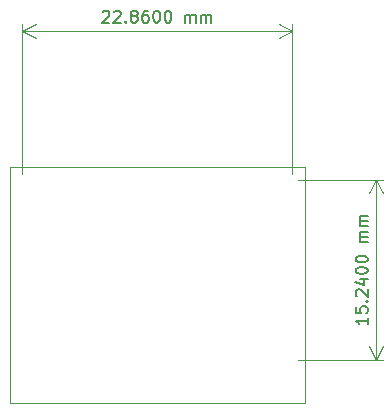
<source format=gm1>
%TF.GenerationSoftware,KiCad,Pcbnew,8.0.7*%
%TF.CreationDate,2024-12-30T16:44:34+01:00*%
%TF.ProjectId,arnie48,61726e69-6534-4382-9e6b-696361645f70,rev?*%
%TF.SameCoordinates,Original*%
%TF.FileFunction,Profile,NP*%
%FSLAX46Y46*%
G04 Gerber Fmt 4.6, Leading zero omitted, Abs format (unit mm)*
G04 Created by KiCad (PCBNEW 8.0.7) date 2024-12-30 16:44:34*
%MOMM*%
%LPD*%
G01*
G04 APERTURE LIST*
%TA.AperFunction,Profile*%
%ADD10C,0.050000*%
%TD*%
%ADD11C,0.150000*%
G04 APERTURE END LIST*
D10*
X75000000Y-105000000D02*
X100000000Y-105000000D01*
X100000000Y-125000000D01*
X75000000Y-125000000D01*
X75000000Y-105000000D01*
D11*
X105304819Y-117777618D02*
X105304819Y-118349046D01*
X105304819Y-118063332D02*
X104304819Y-118063332D01*
X104304819Y-118063332D02*
X104447676Y-118158570D01*
X104447676Y-118158570D02*
X104542914Y-118253808D01*
X104542914Y-118253808D02*
X104590533Y-118349046D01*
X104304819Y-116872856D02*
X104304819Y-117349046D01*
X104304819Y-117349046D02*
X104781009Y-117396665D01*
X104781009Y-117396665D02*
X104733390Y-117349046D01*
X104733390Y-117349046D02*
X104685771Y-117253808D01*
X104685771Y-117253808D02*
X104685771Y-117015713D01*
X104685771Y-117015713D02*
X104733390Y-116920475D01*
X104733390Y-116920475D02*
X104781009Y-116872856D01*
X104781009Y-116872856D02*
X104876247Y-116825237D01*
X104876247Y-116825237D02*
X105114342Y-116825237D01*
X105114342Y-116825237D02*
X105209580Y-116872856D01*
X105209580Y-116872856D02*
X105257200Y-116920475D01*
X105257200Y-116920475D02*
X105304819Y-117015713D01*
X105304819Y-117015713D02*
X105304819Y-117253808D01*
X105304819Y-117253808D02*
X105257200Y-117349046D01*
X105257200Y-117349046D02*
X105209580Y-117396665D01*
X105209580Y-116396665D02*
X105257200Y-116349046D01*
X105257200Y-116349046D02*
X105304819Y-116396665D01*
X105304819Y-116396665D02*
X105257200Y-116444284D01*
X105257200Y-116444284D02*
X105209580Y-116396665D01*
X105209580Y-116396665D02*
X105304819Y-116396665D01*
X104400057Y-115968094D02*
X104352438Y-115920475D01*
X104352438Y-115920475D02*
X104304819Y-115825237D01*
X104304819Y-115825237D02*
X104304819Y-115587142D01*
X104304819Y-115587142D02*
X104352438Y-115491904D01*
X104352438Y-115491904D02*
X104400057Y-115444285D01*
X104400057Y-115444285D02*
X104495295Y-115396666D01*
X104495295Y-115396666D02*
X104590533Y-115396666D01*
X104590533Y-115396666D02*
X104733390Y-115444285D01*
X104733390Y-115444285D02*
X105304819Y-116015713D01*
X105304819Y-116015713D02*
X105304819Y-115396666D01*
X104638152Y-114539523D02*
X105304819Y-114539523D01*
X104257200Y-114777618D02*
X104971485Y-115015713D01*
X104971485Y-115015713D02*
X104971485Y-114396666D01*
X104304819Y-113825237D02*
X104304819Y-113729999D01*
X104304819Y-113729999D02*
X104352438Y-113634761D01*
X104352438Y-113634761D02*
X104400057Y-113587142D01*
X104400057Y-113587142D02*
X104495295Y-113539523D01*
X104495295Y-113539523D02*
X104685771Y-113491904D01*
X104685771Y-113491904D02*
X104923866Y-113491904D01*
X104923866Y-113491904D02*
X105114342Y-113539523D01*
X105114342Y-113539523D02*
X105209580Y-113587142D01*
X105209580Y-113587142D02*
X105257200Y-113634761D01*
X105257200Y-113634761D02*
X105304819Y-113729999D01*
X105304819Y-113729999D02*
X105304819Y-113825237D01*
X105304819Y-113825237D02*
X105257200Y-113920475D01*
X105257200Y-113920475D02*
X105209580Y-113968094D01*
X105209580Y-113968094D02*
X105114342Y-114015713D01*
X105114342Y-114015713D02*
X104923866Y-114063332D01*
X104923866Y-114063332D02*
X104685771Y-114063332D01*
X104685771Y-114063332D02*
X104495295Y-114015713D01*
X104495295Y-114015713D02*
X104400057Y-113968094D01*
X104400057Y-113968094D02*
X104352438Y-113920475D01*
X104352438Y-113920475D02*
X104304819Y-113825237D01*
X104304819Y-112872856D02*
X104304819Y-112777618D01*
X104304819Y-112777618D02*
X104352438Y-112682380D01*
X104352438Y-112682380D02*
X104400057Y-112634761D01*
X104400057Y-112634761D02*
X104495295Y-112587142D01*
X104495295Y-112587142D02*
X104685771Y-112539523D01*
X104685771Y-112539523D02*
X104923866Y-112539523D01*
X104923866Y-112539523D02*
X105114342Y-112587142D01*
X105114342Y-112587142D02*
X105209580Y-112634761D01*
X105209580Y-112634761D02*
X105257200Y-112682380D01*
X105257200Y-112682380D02*
X105304819Y-112777618D01*
X105304819Y-112777618D02*
X105304819Y-112872856D01*
X105304819Y-112872856D02*
X105257200Y-112968094D01*
X105257200Y-112968094D02*
X105209580Y-113015713D01*
X105209580Y-113015713D02*
X105114342Y-113063332D01*
X105114342Y-113063332D02*
X104923866Y-113110951D01*
X104923866Y-113110951D02*
X104685771Y-113110951D01*
X104685771Y-113110951D02*
X104495295Y-113063332D01*
X104495295Y-113063332D02*
X104400057Y-113015713D01*
X104400057Y-113015713D02*
X104352438Y-112968094D01*
X104352438Y-112968094D02*
X104304819Y-112872856D01*
X105304819Y-111349046D02*
X104638152Y-111349046D01*
X104733390Y-111349046D02*
X104685771Y-111301427D01*
X104685771Y-111301427D02*
X104638152Y-111206189D01*
X104638152Y-111206189D02*
X104638152Y-111063332D01*
X104638152Y-111063332D02*
X104685771Y-110968094D01*
X104685771Y-110968094D02*
X104781009Y-110920475D01*
X104781009Y-110920475D02*
X105304819Y-110920475D01*
X104781009Y-110920475D02*
X104685771Y-110872856D01*
X104685771Y-110872856D02*
X104638152Y-110777618D01*
X104638152Y-110777618D02*
X104638152Y-110634761D01*
X104638152Y-110634761D02*
X104685771Y-110539522D01*
X104685771Y-110539522D02*
X104781009Y-110491903D01*
X104781009Y-110491903D02*
X105304819Y-110491903D01*
X105304819Y-110015713D02*
X104638152Y-110015713D01*
X104733390Y-110015713D02*
X104685771Y-109968094D01*
X104685771Y-109968094D02*
X104638152Y-109872856D01*
X104638152Y-109872856D02*
X104638152Y-109729999D01*
X104638152Y-109729999D02*
X104685771Y-109634761D01*
X104685771Y-109634761D02*
X104781009Y-109587142D01*
X104781009Y-109587142D02*
X105304819Y-109587142D01*
X104781009Y-109587142D02*
X104685771Y-109539523D01*
X104685771Y-109539523D02*
X104638152Y-109444285D01*
X104638152Y-109444285D02*
X104638152Y-109301428D01*
X104638152Y-109301428D02*
X104685771Y-109206189D01*
X104685771Y-109206189D02*
X104781009Y-109158570D01*
X104781009Y-109158570D02*
X105304819Y-109158570D01*
D10*
X99430000Y-106110000D02*
X106586420Y-106110000D01*
X99430000Y-121350000D02*
X106586420Y-121350000D01*
X106000000Y-106110000D02*
X106000000Y-121350000D01*
X106000000Y-106110000D02*
X106000000Y-121350000D01*
X106000000Y-106110000D02*
X106586421Y-107236504D01*
X106000000Y-106110000D02*
X105413579Y-107236504D01*
X106000000Y-121350000D02*
X105413579Y-120223496D01*
X106000000Y-121350000D02*
X106586421Y-120223496D01*
D11*
X82880953Y-91900057D02*
X82928572Y-91852438D01*
X82928572Y-91852438D02*
X83023810Y-91804819D01*
X83023810Y-91804819D02*
X83261905Y-91804819D01*
X83261905Y-91804819D02*
X83357143Y-91852438D01*
X83357143Y-91852438D02*
X83404762Y-91900057D01*
X83404762Y-91900057D02*
X83452381Y-91995295D01*
X83452381Y-91995295D02*
X83452381Y-92090533D01*
X83452381Y-92090533D02*
X83404762Y-92233390D01*
X83404762Y-92233390D02*
X82833334Y-92804819D01*
X82833334Y-92804819D02*
X83452381Y-92804819D01*
X83833334Y-91900057D02*
X83880953Y-91852438D01*
X83880953Y-91852438D02*
X83976191Y-91804819D01*
X83976191Y-91804819D02*
X84214286Y-91804819D01*
X84214286Y-91804819D02*
X84309524Y-91852438D01*
X84309524Y-91852438D02*
X84357143Y-91900057D01*
X84357143Y-91900057D02*
X84404762Y-91995295D01*
X84404762Y-91995295D02*
X84404762Y-92090533D01*
X84404762Y-92090533D02*
X84357143Y-92233390D01*
X84357143Y-92233390D02*
X83785715Y-92804819D01*
X83785715Y-92804819D02*
X84404762Y-92804819D01*
X84833334Y-92709580D02*
X84880953Y-92757200D01*
X84880953Y-92757200D02*
X84833334Y-92804819D01*
X84833334Y-92804819D02*
X84785715Y-92757200D01*
X84785715Y-92757200D02*
X84833334Y-92709580D01*
X84833334Y-92709580D02*
X84833334Y-92804819D01*
X85452381Y-92233390D02*
X85357143Y-92185771D01*
X85357143Y-92185771D02*
X85309524Y-92138152D01*
X85309524Y-92138152D02*
X85261905Y-92042914D01*
X85261905Y-92042914D02*
X85261905Y-91995295D01*
X85261905Y-91995295D02*
X85309524Y-91900057D01*
X85309524Y-91900057D02*
X85357143Y-91852438D01*
X85357143Y-91852438D02*
X85452381Y-91804819D01*
X85452381Y-91804819D02*
X85642857Y-91804819D01*
X85642857Y-91804819D02*
X85738095Y-91852438D01*
X85738095Y-91852438D02*
X85785714Y-91900057D01*
X85785714Y-91900057D02*
X85833333Y-91995295D01*
X85833333Y-91995295D02*
X85833333Y-92042914D01*
X85833333Y-92042914D02*
X85785714Y-92138152D01*
X85785714Y-92138152D02*
X85738095Y-92185771D01*
X85738095Y-92185771D02*
X85642857Y-92233390D01*
X85642857Y-92233390D02*
X85452381Y-92233390D01*
X85452381Y-92233390D02*
X85357143Y-92281009D01*
X85357143Y-92281009D02*
X85309524Y-92328628D01*
X85309524Y-92328628D02*
X85261905Y-92423866D01*
X85261905Y-92423866D02*
X85261905Y-92614342D01*
X85261905Y-92614342D02*
X85309524Y-92709580D01*
X85309524Y-92709580D02*
X85357143Y-92757200D01*
X85357143Y-92757200D02*
X85452381Y-92804819D01*
X85452381Y-92804819D02*
X85642857Y-92804819D01*
X85642857Y-92804819D02*
X85738095Y-92757200D01*
X85738095Y-92757200D02*
X85785714Y-92709580D01*
X85785714Y-92709580D02*
X85833333Y-92614342D01*
X85833333Y-92614342D02*
X85833333Y-92423866D01*
X85833333Y-92423866D02*
X85785714Y-92328628D01*
X85785714Y-92328628D02*
X85738095Y-92281009D01*
X85738095Y-92281009D02*
X85642857Y-92233390D01*
X86690476Y-91804819D02*
X86500000Y-91804819D01*
X86500000Y-91804819D02*
X86404762Y-91852438D01*
X86404762Y-91852438D02*
X86357143Y-91900057D01*
X86357143Y-91900057D02*
X86261905Y-92042914D01*
X86261905Y-92042914D02*
X86214286Y-92233390D01*
X86214286Y-92233390D02*
X86214286Y-92614342D01*
X86214286Y-92614342D02*
X86261905Y-92709580D01*
X86261905Y-92709580D02*
X86309524Y-92757200D01*
X86309524Y-92757200D02*
X86404762Y-92804819D01*
X86404762Y-92804819D02*
X86595238Y-92804819D01*
X86595238Y-92804819D02*
X86690476Y-92757200D01*
X86690476Y-92757200D02*
X86738095Y-92709580D01*
X86738095Y-92709580D02*
X86785714Y-92614342D01*
X86785714Y-92614342D02*
X86785714Y-92376247D01*
X86785714Y-92376247D02*
X86738095Y-92281009D01*
X86738095Y-92281009D02*
X86690476Y-92233390D01*
X86690476Y-92233390D02*
X86595238Y-92185771D01*
X86595238Y-92185771D02*
X86404762Y-92185771D01*
X86404762Y-92185771D02*
X86309524Y-92233390D01*
X86309524Y-92233390D02*
X86261905Y-92281009D01*
X86261905Y-92281009D02*
X86214286Y-92376247D01*
X87404762Y-91804819D02*
X87500000Y-91804819D01*
X87500000Y-91804819D02*
X87595238Y-91852438D01*
X87595238Y-91852438D02*
X87642857Y-91900057D01*
X87642857Y-91900057D02*
X87690476Y-91995295D01*
X87690476Y-91995295D02*
X87738095Y-92185771D01*
X87738095Y-92185771D02*
X87738095Y-92423866D01*
X87738095Y-92423866D02*
X87690476Y-92614342D01*
X87690476Y-92614342D02*
X87642857Y-92709580D01*
X87642857Y-92709580D02*
X87595238Y-92757200D01*
X87595238Y-92757200D02*
X87500000Y-92804819D01*
X87500000Y-92804819D02*
X87404762Y-92804819D01*
X87404762Y-92804819D02*
X87309524Y-92757200D01*
X87309524Y-92757200D02*
X87261905Y-92709580D01*
X87261905Y-92709580D02*
X87214286Y-92614342D01*
X87214286Y-92614342D02*
X87166667Y-92423866D01*
X87166667Y-92423866D02*
X87166667Y-92185771D01*
X87166667Y-92185771D02*
X87214286Y-91995295D01*
X87214286Y-91995295D02*
X87261905Y-91900057D01*
X87261905Y-91900057D02*
X87309524Y-91852438D01*
X87309524Y-91852438D02*
X87404762Y-91804819D01*
X88357143Y-91804819D02*
X88452381Y-91804819D01*
X88452381Y-91804819D02*
X88547619Y-91852438D01*
X88547619Y-91852438D02*
X88595238Y-91900057D01*
X88595238Y-91900057D02*
X88642857Y-91995295D01*
X88642857Y-91995295D02*
X88690476Y-92185771D01*
X88690476Y-92185771D02*
X88690476Y-92423866D01*
X88690476Y-92423866D02*
X88642857Y-92614342D01*
X88642857Y-92614342D02*
X88595238Y-92709580D01*
X88595238Y-92709580D02*
X88547619Y-92757200D01*
X88547619Y-92757200D02*
X88452381Y-92804819D01*
X88452381Y-92804819D02*
X88357143Y-92804819D01*
X88357143Y-92804819D02*
X88261905Y-92757200D01*
X88261905Y-92757200D02*
X88214286Y-92709580D01*
X88214286Y-92709580D02*
X88166667Y-92614342D01*
X88166667Y-92614342D02*
X88119048Y-92423866D01*
X88119048Y-92423866D02*
X88119048Y-92185771D01*
X88119048Y-92185771D02*
X88166667Y-91995295D01*
X88166667Y-91995295D02*
X88214286Y-91900057D01*
X88214286Y-91900057D02*
X88261905Y-91852438D01*
X88261905Y-91852438D02*
X88357143Y-91804819D01*
X89880953Y-92804819D02*
X89880953Y-92138152D01*
X89880953Y-92233390D02*
X89928572Y-92185771D01*
X89928572Y-92185771D02*
X90023810Y-92138152D01*
X90023810Y-92138152D02*
X90166667Y-92138152D01*
X90166667Y-92138152D02*
X90261905Y-92185771D01*
X90261905Y-92185771D02*
X90309524Y-92281009D01*
X90309524Y-92281009D02*
X90309524Y-92804819D01*
X90309524Y-92281009D02*
X90357143Y-92185771D01*
X90357143Y-92185771D02*
X90452381Y-92138152D01*
X90452381Y-92138152D02*
X90595238Y-92138152D01*
X90595238Y-92138152D02*
X90690477Y-92185771D01*
X90690477Y-92185771D02*
X90738096Y-92281009D01*
X90738096Y-92281009D02*
X90738096Y-92804819D01*
X91214286Y-92804819D02*
X91214286Y-92138152D01*
X91214286Y-92233390D02*
X91261905Y-92185771D01*
X91261905Y-92185771D02*
X91357143Y-92138152D01*
X91357143Y-92138152D02*
X91500000Y-92138152D01*
X91500000Y-92138152D02*
X91595238Y-92185771D01*
X91595238Y-92185771D02*
X91642857Y-92281009D01*
X91642857Y-92281009D02*
X91642857Y-92804819D01*
X91642857Y-92281009D02*
X91690476Y-92185771D01*
X91690476Y-92185771D02*
X91785714Y-92138152D01*
X91785714Y-92138152D02*
X91928571Y-92138152D01*
X91928571Y-92138152D02*
X92023810Y-92185771D01*
X92023810Y-92185771D02*
X92071429Y-92281009D01*
X92071429Y-92281009D02*
X92071429Y-92804819D01*
D10*
X76070000Y-105610000D02*
X76070000Y-92913580D01*
X98930000Y-105610000D02*
X98930000Y-92913580D01*
X76070000Y-93500000D02*
X98930000Y-93500000D01*
X76070000Y-93500000D02*
X98930000Y-93500000D01*
X76070000Y-93500000D02*
X77196504Y-92913579D01*
X76070000Y-93500000D02*
X77196504Y-94086421D01*
X98930000Y-93500000D02*
X97803496Y-94086421D01*
X98930000Y-93500000D02*
X97803496Y-92913579D01*
M02*

</source>
